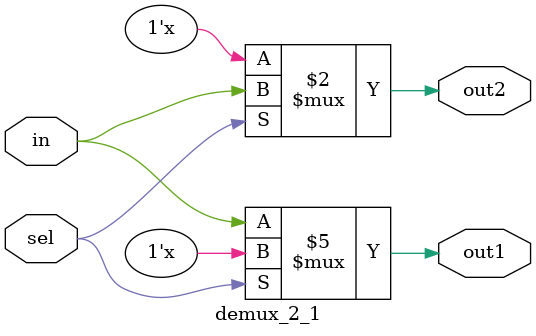
<source format=v>
module demux_2_1(out1,out2,in,sel);
input in,sel;
output reg out1,out2;

always @ (in|sel)
begin
  case(sel)
  1'b0 : out1 <= in;
  1'b1 : out2 <= in;
  endcase
end

endmodule
</source>
